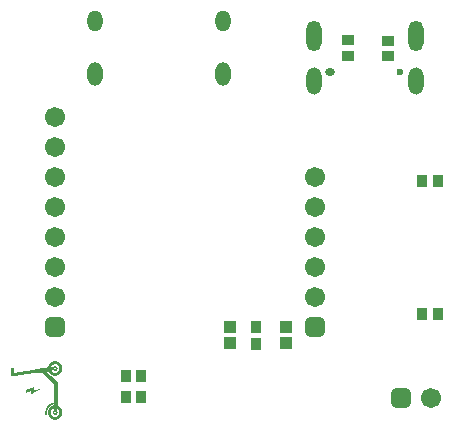
<source format=gbs>
G04*
G04 #@! TF.GenerationSoftware,Altium Limited,Altium Designer,25.2.1 (25)*
G04*
G04 Layer_Color=16711935*
%FSLAX25Y25*%
%MOIN*%
G70*
G04*
G04 #@! TF.SameCoordinates,19AB45F0-FF71-4E06-AC9F-8C434743CFD0*
G04*
G04*
G04 #@! TF.FilePolarity,Negative*
G04*
G01*
G75*
%ADD33R,0.03812X0.03963*%
%ADD44R,0.03747X0.04140*%
%ADD47R,0.04140X0.03747*%
%ADD54R,0.04337X0.03943*%
%ADD63C,0.06699*%
G04:AMPARAMS|DCode=64|XSize=66.99mil|YSize=66.99mil|CornerRadius=17.75mil|HoleSize=0mil|Usage=FLASHONLY|Rotation=0.000|XOffset=0mil|YOffset=0mil|HoleType=Round|Shape=RoundedRectangle|*
%AMROUNDEDRECTD64*
21,1,0.06699,0.03150,0,0,0.0*
21,1,0.03150,0.06699,0,0,0.0*
1,1,0.03550,0.01575,-0.01575*
1,1,0.03550,-0.01575,-0.01575*
1,1,0.03550,-0.01575,0.01575*
1,1,0.03550,0.01575,0.01575*
%
%ADD64ROUNDEDRECTD64*%
%ADD65O,0.05124X0.07880*%
%ADD66O,0.05124X0.07093*%
G04:AMPARAMS|DCode=67|XSize=66.99mil|YSize=66.99mil|CornerRadius=17.75mil|HoleSize=0mil|Usage=FLASHONLY|Rotation=90.000|XOffset=0mil|YOffset=0mil|HoleType=Round|Shape=RoundedRectangle|*
%AMROUNDEDRECTD67*
21,1,0.06699,0.03150,0,0,90.0*
21,1,0.03150,0.06699,0,0,90.0*
1,1,0.03550,0.01575,0.01575*
1,1,0.03550,0.01575,-0.01575*
1,1,0.03550,-0.01575,-0.01575*
1,1,0.03550,-0.01575,0.01575*
%
%ADD67ROUNDEDRECTD67*%
G04:AMPARAMS|DCode=68|XSize=33.47mil|YSize=23.62mil|CornerRadius=11.81mil|HoleSize=0mil|Usage=FLASHONLY|Rotation=180.000|XOffset=0mil|YOffset=0mil|HoleType=Round|Shape=RoundedRectangle|*
%AMROUNDEDRECTD68*
21,1,0.03347,0.00000,0,0,180.0*
21,1,0.00984,0.02362,0,0,180.0*
1,1,0.02362,-0.00492,0.00000*
1,1,0.02362,0.00492,0.00000*
1,1,0.02362,0.00492,0.00000*
1,1,0.02362,-0.00492,0.00000*
%
%ADD68ROUNDEDRECTD68*%
%ADD69C,0.02362*%
G04:AMPARAMS|DCode=70|XSize=51.18mil|YSize=102.36mil|CornerRadius=25.59mil|HoleSize=0mil|Usage=FLASHONLY|Rotation=180.000|XOffset=0mil|YOffset=0mil|HoleType=Round|Shape=RoundedRectangle|*
%AMROUNDEDRECTD70*
21,1,0.05118,0.05118,0,0,180.0*
21,1,0.00000,0.10236,0,0,180.0*
1,1,0.05118,0.00000,0.02559*
1,1,0.05118,0.00000,0.02559*
1,1,0.05118,0.00000,-0.02559*
1,1,0.05118,0.00000,-0.02559*
%
%ADD70ROUNDEDRECTD70*%
G04:AMPARAMS|DCode=71|XSize=51.18mil|YSize=90.55mil|CornerRadius=25.59mil|HoleSize=0mil|Usage=FLASHONLY|Rotation=180.000|XOffset=0mil|YOffset=0mil|HoleType=Round|Shape=RoundedRectangle|*
%AMROUNDEDRECTD71*
21,1,0.05118,0.03937,0,0,180.0*
21,1,0.00000,0.09055,0,0,180.0*
1,1,0.05118,0.00000,0.01968*
1,1,0.05118,0.00000,0.01968*
1,1,0.05118,0.00000,-0.01968*
1,1,0.05118,0.00000,-0.01968*
%
%ADD71ROUNDEDRECTD71*%
G36*
X67124Y24419D02*
X67286D01*
Y24396D01*
X67403D01*
Y24373D01*
X67472D01*
Y24349D01*
X67565D01*
Y24326D01*
X67635D01*
Y24303D01*
X67705D01*
Y24280D01*
X67751D01*
Y24256D01*
X67821D01*
Y24233D01*
X67867D01*
Y24210D01*
X67914D01*
Y24187D01*
X67960D01*
Y24163D01*
X68007D01*
Y24140D01*
X68053D01*
Y24117D01*
X68076D01*
Y24094D01*
X68123D01*
Y24071D01*
X68169D01*
Y24047D01*
X68192D01*
Y24024D01*
X68239D01*
Y24001D01*
X68262D01*
Y23978D01*
X68285D01*
Y23955D01*
X68332D01*
Y23931D01*
X68355D01*
Y23908D01*
X68378D01*
Y23885D01*
X68401D01*
Y23862D01*
X68448D01*
Y23838D01*
X68471D01*
Y23815D01*
X68494D01*
Y23792D01*
X68518D01*
Y23769D01*
X68541D01*
Y23745D01*
X68564D01*
Y23722D01*
X68587D01*
Y23699D01*
X68611D01*
Y23676D01*
X68634D01*
Y23629D01*
X68680D01*
Y23583D01*
X68703D01*
Y23560D01*
X68727D01*
Y23536D01*
X68750D01*
Y23513D01*
X68773D01*
Y23467D01*
X68796D01*
Y23444D01*
X68819D01*
Y23420D01*
X68843D01*
Y23374D01*
X68866D01*
Y23327D01*
X68889D01*
Y23304D01*
X68913D01*
Y23258D01*
X68936D01*
Y23234D01*
X68959D01*
Y23165D01*
X68982D01*
Y23142D01*
X69005D01*
Y23095D01*
X69029D01*
Y23049D01*
X69052D01*
Y22979D01*
X69075D01*
Y22932D01*
X69098D01*
Y22863D01*
X69121D01*
Y22793D01*
X69145D01*
Y22723D01*
X69168D01*
Y22654D01*
X69191D01*
Y22538D01*
X69214D01*
Y22445D01*
X69238D01*
Y22189D01*
X69261D01*
Y21911D01*
X69238D01*
Y21632D01*
X69214D01*
Y21539D01*
X69191D01*
Y21446D01*
X69168D01*
Y21353D01*
X69145D01*
Y21283D01*
X69121D01*
Y21214D01*
X69098D01*
Y21144D01*
X69075D01*
Y21098D01*
X69052D01*
Y21051D01*
X69029D01*
Y21005D01*
X69005D01*
Y20935D01*
X68982D01*
Y20912D01*
X68959D01*
Y20865D01*
X68936D01*
Y20819D01*
X68913D01*
Y20772D01*
X68889D01*
Y20749D01*
X68866D01*
Y20703D01*
X68843D01*
Y20679D01*
X68819D01*
Y20633D01*
X68796D01*
Y20610D01*
X68773D01*
Y20586D01*
X68750D01*
Y20540D01*
X68727D01*
Y20517D01*
X68703D01*
Y20494D01*
X68680D01*
Y20470D01*
X68657D01*
Y20447D01*
X68634D01*
Y20401D01*
X68611D01*
Y20378D01*
X68587D01*
Y20354D01*
X68564D01*
Y20331D01*
X68541D01*
Y20308D01*
X68518D01*
Y20285D01*
X68471D01*
Y20261D01*
X68448D01*
Y20238D01*
X68425D01*
Y20215D01*
X68401D01*
Y20192D01*
X68378D01*
Y20168D01*
X68355D01*
Y20145D01*
X68332D01*
Y20122D01*
X68285D01*
Y20099D01*
X68262D01*
Y20076D01*
X68216D01*
Y20052D01*
X68192D01*
Y20029D01*
X68169D01*
Y20006D01*
X68123D01*
Y19983D01*
X68076D01*
Y19959D01*
X68030D01*
Y19936D01*
X68007D01*
Y19913D01*
X67960D01*
Y19890D01*
X67914D01*
Y19866D01*
X67867D01*
Y19843D01*
X67798D01*
Y19820D01*
X67751D01*
Y19797D01*
X67681D01*
Y19774D01*
X67635D01*
Y19750D01*
X67565D01*
Y19727D01*
X67472D01*
Y19704D01*
X67403D01*
Y19681D01*
X67240D01*
Y19658D01*
X67124D01*
Y19634D01*
X66590D01*
Y19658D01*
X66450D01*
Y19681D01*
X66311D01*
Y19704D01*
X66241D01*
Y19727D01*
X66125D01*
Y19750D01*
X66079D01*
Y19774D01*
X66009D01*
Y19797D01*
X65939D01*
Y19820D01*
X65893D01*
Y19843D01*
X65823D01*
Y19866D01*
X65800D01*
Y19890D01*
X65754D01*
Y19913D01*
X65707D01*
Y19936D01*
X65661D01*
Y19959D01*
X65614D01*
Y19983D01*
X65591D01*
Y20006D01*
X65544D01*
Y20029D01*
X65498D01*
Y20052D01*
X65475D01*
Y20076D01*
X65452D01*
Y20099D01*
X65405D01*
Y20122D01*
X65382D01*
Y20145D01*
X65359D01*
Y20168D01*
X65312D01*
Y20192D01*
X65289D01*
Y20215D01*
X65266D01*
Y20238D01*
X65243D01*
Y20261D01*
X65219D01*
Y20285D01*
X65196D01*
Y20308D01*
X65173D01*
Y20331D01*
X65150D01*
Y20354D01*
X65126D01*
Y20378D01*
X65103D01*
Y20401D01*
X65080D01*
Y20424D01*
X65057D01*
Y20447D01*
X65034D01*
Y20470D01*
X65010D01*
Y20494D01*
X64987D01*
Y20517D01*
X64964D01*
Y20563D01*
X64941D01*
Y20586D01*
X64917D01*
Y20610D01*
X64894D01*
Y20656D01*
X64871D01*
Y20679D01*
X64848D01*
Y20726D01*
X64824D01*
Y20749D01*
X64801D01*
Y20796D01*
X64778D01*
Y20842D01*
X64755D01*
Y20865D01*
X64732D01*
Y20912D01*
X64708D01*
Y20958D01*
X64476D01*
Y20935D01*
X64337D01*
Y20912D01*
X64151D01*
Y20842D01*
X64174D01*
Y20819D01*
X64197D01*
Y20796D01*
X64221D01*
Y20772D01*
X64244D01*
Y20749D01*
X64267D01*
Y20726D01*
X64290D01*
Y20703D01*
X64314D01*
Y20679D01*
X64337D01*
Y20656D01*
X64360D01*
Y20633D01*
X64383D01*
Y20610D01*
X64406D01*
Y20586D01*
X64430D01*
Y20563D01*
X64453D01*
Y20540D01*
X64476D01*
Y20517D01*
X64522D01*
Y20494D01*
X64546D01*
Y20470D01*
X64569D01*
Y20447D01*
X64592D01*
Y20424D01*
X64615D01*
Y20401D01*
X64639D01*
Y20378D01*
X64662D01*
Y20354D01*
X64685D01*
Y20331D01*
X64708D01*
Y20308D01*
X64732D01*
Y20285D01*
X64755D01*
Y20261D01*
X64778D01*
Y20238D01*
X64801D01*
Y20215D01*
X64824D01*
Y20192D01*
X64848D01*
Y20168D01*
X64871D01*
Y20145D01*
X64894D01*
Y20122D01*
X64917D01*
Y20099D01*
X64941D01*
Y20076D01*
X64964D01*
Y20052D01*
X64987D01*
Y20029D01*
X65010D01*
Y20006D01*
X65034D01*
Y19983D01*
X65057D01*
Y19959D01*
X65080D01*
Y19936D01*
X65103D01*
Y19913D01*
X65126D01*
Y19890D01*
X65150D01*
Y19866D01*
X65173D01*
Y19843D01*
X65219D01*
Y19797D01*
X65266D01*
Y19774D01*
X65289D01*
Y19750D01*
X65312D01*
Y19727D01*
X65336D01*
Y19704D01*
X65359D01*
Y19681D01*
X65382D01*
Y19658D01*
X65405D01*
Y19634D01*
X65428D01*
Y19611D01*
X65452D01*
Y19588D01*
X65475D01*
Y19565D01*
X65498D01*
Y19541D01*
X65521D01*
Y19518D01*
X65544D01*
Y19495D01*
X65568D01*
Y19472D01*
X65591D01*
Y19448D01*
X65614D01*
Y19425D01*
X65637D01*
Y19402D01*
X65661D01*
Y19379D01*
X65684D01*
Y19355D01*
X65707D01*
Y19332D01*
X65730D01*
Y19309D01*
X65754D01*
Y19286D01*
X65777D01*
Y19263D01*
X65800D01*
Y19239D01*
X65823D01*
Y19216D01*
X65847D01*
Y19193D01*
X65870D01*
Y19170D01*
X65916D01*
Y19147D01*
X65939D01*
Y19123D01*
X65963D01*
Y19100D01*
X65986D01*
Y19077D01*
X66009D01*
Y19054D01*
X66032D01*
Y19030D01*
X66056D01*
Y19007D01*
X66079D01*
Y18984D01*
X66102D01*
Y18961D01*
X66125D01*
Y18937D01*
X66148D01*
Y18914D01*
X66172D01*
Y18891D01*
X66195D01*
Y18868D01*
X66218D01*
Y18845D01*
X66241D01*
Y18821D01*
X66264D01*
Y18798D01*
X66288D01*
Y18775D01*
X66311D01*
Y18752D01*
X66334D01*
Y18728D01*
X66357D01*
Y18705D01*
X66381D01*
Y18682D01*
X66404D01*
Y18659D01*
X66427D01*
Y18635D01*
X66450D01*
Y18612D01*
X66474D01*
Y18589D01*
X66497D01*
Y18566D01*
X66543D01*
Y18542D01*
X66566D01*
Y18519D01*
X66590D01*
Y18496D01*
X66613D01*
Y18473D01*
X66636D01*
Y18450D01*
X66659D01*
Y18426D01*
X66683D01*
Y18403D01*
X66706D01*
Y18380D01*
X66729D01*
Y18357D01*
X66752D01*
Y18334D01*
X66776D01*
Y18310D01*
X66799D01*
Y18287D01*
X66822D01*
Y18264D01*
X66845D01*
Y18241D01*
X66869D01*
Y18217D01*
X66892D01*
Y18194D01*
X66915D01*
Y18171D01*
X66938D01*
Y18148D01*
X66961D01*
Y18124D01*
X66985D01*
Y18101D01*
X67008D01*
Y18078D01*
X67031D01*
Y18055D01*
X67054D01*
Y18032D01*
X67077D01*
Y18008D01*
X67101D01*
Y17985D01*
X67124D01*
Y17962D01*
X67147D01*
Y17939D01*
X67170D01*
Y17915D01*
X67194D01*
Y17892D01*
X67240D01*
Y17846D01*
X67286D01*
Y17822D01*
X67310D01*
Y17799D01*
X67333D01*
Y17776D01*
X67356D01*
Y17753D01*
X67379D01*
Y17730D01*
X67403D01*
Y17706D01*
X67426D01*
Y17660D01*
X67449D01*
Y17637D01*
X67472D01*
Y17614D01*
X67496D01*
Y17590D01*
X67519D01*
Y17567D01*
X67542D01*
Y17544D01*
X67565D01*
Y17521D01*
X67589D01*
Y17497D01*
X67612D01*
Y17474D01*
X67635D01*
Y17451D01*
X67658D01*
Y17404D01*
X67681D01*
Y17381D01*
X67705D01*
Y17358D01*
X67728D01*
Y17312D01*
X67751D01*
Y17265D01*
X67774D01*
Y17219D01*
X67798D01*
Y17172D01*
X67821D01*
Y17126D01*
X67844D01*
Y17033D01*
X67867D01*
Y16986D01*
X67891D01*
Y16847D01*
X67914D01*
Y9646D01*
X67891D01*
Y9577D01*
X67914D01*
Y9554D01*
X67937D01*
Y9530D01*
X67983D01*
Y9507D01*
X68030D01*
Y9484D01*
X68076D01*
Y9461D01*
X68099D01*
Y9437D01*
X68146D01*
Y9414D01*
X68169D01*
Y9391D01*
X68216D01*
Y9368D01*
X68239D01*
Y9345D01*
X68285D01*
Y9321D01*
X68309D01*
Y9298D01*
X68332D01*
Y9275D01*
X68355D01*
Y9252D01*
X68401D01*
Y9228D01*
X68425D01*
Y9205D01*
X68448D01*
Y9182D01*
X68471D01*
Y9159D01*
X68494D01*
Y9136D01*
X68518D01*
Y9112D01*
X68541D01*
Y9089D01*
X68564D01*
Y9066D01*
X68587D01*
Y9043D01*
X68611D01*
Y9019D01*
X68634D01*
Y8996D01*
X68657D01*
Y8973D01*
X68680D01*
Y8950D01*
X68703D01*
Y8926D01*
X68727D01*
Y8880D01*
X68750D01*
Y8857D01*
X68773D01*
Y8834D01*
X68796D01*
Y8787D01*
X68819D01*
Y8764D01*
X68843D01*
Y8717D01*
X68866D01*
Y8694D01*
X68889D01*
Y8648D01*
X68913D01*
Y8625D01*
X68936D01*
Y8578D01*
X68959D01*
Y8532D01*
X68982D01*
Y8485D01*
X69005D01*
Y8439D01*
X69029D01*
Y8392D01*
X69052D01*
Y8346D01*
X69075D01*
Y8276D01*
X69098D01*
Y8230D01*
X69121D01*
Y8160D01*
X69145D01*
Y8090D01*
X69168D01*
Y7997D01*
X69191D01*
Y7904D01*
X69214D01*
Y7788D01*
X69238D01*
Y7533D01*
X69261D01*
Y7231D01*
X69238D01*
Y6999D01*
X69214D01*
Y6882D01*
X69191D01*
Y6790D01*
X69168D01*
Y6697D01*
X69145D01*
Y6650D01*
X69121D01*
Y6557D01*
X69098D01*
Y6511D01*
X69075D01*
Y6441D01*
X69052D01*
Y6395D01*
X69029D01*
Y6348D01*
X69005D01*
Y6302D01*
X68982D01*
Y6255D01*
X68959D01*
Y6209D01*
X68936D01*
Y6186D01*
X68913D01*
Y6139D01*
X68889D01*
Y6093D01*
X68866D01*
Y6070D01*
X68843D01*
Y6023D01*
X68819D01*
Y6000D01*
X68796D01*
Y5953D01*
X68773D01*
Y5930D01*
X68750D01*
Y5907D01*
X68727D01*
Y5861D01*
X68703D01*
Y5837D01*
X68680D01*
Y5814D01*
X68657D01*
Y5791D01*
X68634D01*
Y5768D01*
X68611D01*
Y5744D01*
X68587D01*
Y5721D01*
X68564D01*
Y5698D01*
X68541D01*
Y5675D01*
X68518D01*
Y5652D01*
X68494D01*
Y5628D01*
X68471D01*
Y5605D01*
X68448D01*
Y5582D01*
X68425D01*
Y5559D01*
X68401D01*
Y5535D01*
X68355D01*
Y5512D01*
X68332D01*
Y5489D01*
X68309D01*
Y5466D01*
X68262D01*
Y5442D01*
X68239D01*
Y5419D01*
X68216D01*
Y5396D01*
X68169D01*
Y5373D01*
X68146D01*
Y5350D01*
X68099D01*
Y5326D01*
X68076D01*
Y5303D01*
X68007D01*
Y5280D01*
X67983D01*
Y5257D01*
X67937D01*
Y5233D01*
X67891D01*
Y5210D01*
X67844D01*
Y5187D01*
X67774D01*
Y5164D01*
X67728D01*
Y5141D01*
X67658D01*
Y5117D01*
X67612D01*
Y5094D01*
X67519D01*
Y5071D01*
X67426D01*
Y5048D01*
X67333D01*
Y5024D01*
X67170D01*
Y5001D01*
X66985D01*
Y4978D01*
X66706D01*
Y5001D01*
X66520D01*
Y5024D01*
X66357D01*
Y5048D01*
X66264D01*
Y5071D01*
X66172D01*
Y5094D01*
X66102D01*
Y5117D01*
X66032D01*
Y5141D01*
X65963D01*
Y5164D01*
X65916D01*
Y5187D01*
X65870D01*
Y5210D01*
X65823D01*
Y5233D01*
X65777D01*
Y5257D01*
X65707D01*
Y5280D01*
X65684D01*
Y5303D01*
X65637D01*
Y5326D01*
X65591D01*
Y5350D01*
X65568D01*
Y5373D01*
X65521D01*
Y5396D01*
X65498D01*
Y5419D01*
X65452D01*
Y5442D01*
X65428D01*
Y5466D01*
X65382D01*
Y5489D01*
X65359D01*
Y5512D01*
X65336D01*
Y5535D01*
X65312D01*
Y5559D01*
X65289D01*
Y5582D01*
X65243D01*
Y5605D01*
X65219D01*
Y5628D01*
X65196D01*
Y5652D01*
X65173D01*
Y5675D01*
X65150D01*
Y5698D01*
X65126D01*
Y5721D01*
X65103D01*
Y5744D01*
X65080D01*
Y5768D01*
X65057D01*
Y5814D01*
X65034D01*
Y5837D01*
X65010D01*
Y5861D01*
X64987D01*
Y5884D01*
X64964D01*
Y5907D01*
X64941D01*
Y5953D01*
X64917D01*
Y5977D01*
X64894D01*
Y6000D01*
X64871D01*
Y6046D01*
X64848D01*
Y6070D01*
X64824D01*
Y6116D01*
X64801D01*
Y6139D01*
X64778D01*
Y6186D01*
X64755D01*
Y6232D01*
X64732D01*
Y6279D01*
X64708D01*
Y6325D01*
X64685D01*
Y6372D01*
X64662D01*
Y6418D01*
X64639D01*
Y6464D01*
X64615D01*
Y6534D01*
X64592D01*
Y6581D01*
X64569D01*
Y6650D01*
X64546D01*
Y6743D01*
X64522D01*
Y6813D01*
X64499D01*
Y6952D01*
X64476D01*
Y7068D01*
X64453D01*
Y7742D01*
X64476D01*
Y7835D01*
X64499D01*
Y7974D01*
X64522D01*
Y8044D01*
X64546D01*
Y8137D01*
X64569D01*
Y8207D01*
X64592D01*
Y8253D01*
X64615D01*
Y8323D01*
X64639D01*
Y8369D01*
X64662D01*
Y8416D01*
X64685D01*
Y8462D01*
X64708D01*
Y8508D01*
X64732D01*
Y8555D01*
X64755D01*
Y8601D01*
X64778D01*
Y8648D01*
X64801D01*
Y8671D01*
X64824D01*
Y8717D01*
X64848D01*
Y8741D01*
X64871D01*
Y8787D01*
X64894D01*
Y8810D01*
X64917D01*
Y8834D01*
X64941D01*
Y8880D01*
X64964D01*
Y8903D01*
X64987D01*
Y8926D01*
X65010D01*
Y8973D01*
X65034D01*
Y8996D01*
X65057D01*
Y9019D01*
X65080D01*
Y9043D01*
X65103D01*
Y9066D01*
X65126D01*
Y9089D01*
X65150D01*
Y9112D01*
X65173D01*
Y9136D01*
X65196D01*
Y9159D01*
X65219D01*
Y9182D01*
X65243D01*
Y9205D01*
X65289D01*
Y9228D01*
X65312D01*
Y9252D01*
X65336D01*
Y9275D01*
X65359D01*
Y9298D01*
X65382D01*
Y9321D01*
X65428D01*
Y9345D01*
X65452D01*
Y9368D01*
X65498D01*
Y9391D01*
X65521D01*
Y9414D01*
X65568D01*
Y9437D01*
X65591D01*
Y9461D01*
X65637D01*
Y9484D01*
X65684D01*
Y9507D01*
X65707D01*
Y9530D01*
X65754D01*
Y9554D01*
X65800D01*
Y9577D01*
X65847D01*
Y9600D01*
X65916D01*
Y9623D01*
X65963D01*
Y9646D01*
X66032D01*
Y9670D01*
X66102D01*
Y9693D01*
X66172D01*
Y9716D01*
X66241D01*
Y9739D01*
X66311D01*
Y9763D01*
X66334D01*
Y10065D01*
X66311D01*
Y10088D01*
X66241D01*
Y10065D01*
X66172D01*
Y10041D01*
X66079D01*
Y10018D01*
X66032D01*
Y9995D01*
X65963D01*
Y9972D01*
X65893D01*
Y9949D01*
X65847D01*
Y9925D01*
X65800D01*
Y9902D01*
X65754D01*
Y9879D01*
X65707D01*
Y9856D01*
X65661D01*
Y9832D01*
X65614D01*
Y9809D01*
X65568D01*
Y9786D01*
X65544D01*
Y9763D01*
X65498D01*
Y9739D01*
X65475D01*
Y9716D01*
X65428D01*
Y9693D01*
X65382D01*
Y9670D01*
X65359D01*
Y9646D01*
X65336D01*
Y9623D01*
X65289D01*
Y9600D01*
X65266D01*
Y9577D01*
X65243D01*
Y9554D01*
X65196D01*
Y9530D01*
X65173D01*
Y9507D01*
X65150D01*
Y9484D01*
X65126D01*
Y9461D01*
X65103D01*
Y9437D01*
X65057D01*
Y9414D01*
X65034D01*
Y9391D01*
X65010D01*
Y9368D01*
X64987D01*
Y9345D01*
X64964D01*
Y9321D01*
X64941D01*
Y9298D01*
X64917D01*
Y9275D01*
X64894D01*
Y9252D01*
X64871D01*
Y9228D01*
X64848D01*
Y9205D01*
X64824D01*
Y9159D01*
X64801D01*
Y9136D01*
X64778D01*
Y9112D01*
X64755D01*
Y9089D01*
X64732D01*
Y9043D01*
X64708D01*
Y9019D01*
X64685D01*
Y8996D01*
X64662D01*
Y8950D01*
X64639D01*
Y8926D01*
X64615D01*
Y8880D01*
X64592D01*
Y8857D01*
X64569D01*
Y8810D01*
X64546D01*
Y8787D01*
X64522D01*
Y8741D01*
X64499D01*
Y8694D01*
X64476D01*
Y8671D01*
X64453D01*
Y8625D01*
X64430D01*
Y8578D01*
X64406D01*
Y8532D01*
X64383D01*
Y8462D01*
X64360D01*
Y8416D01*
X64337D01*
Y8369D01*
X64314D01*
Y8323D01*
X64290D01*
Y8253D01*
X64267D01*
Y8183D01*
X64244D01*
Y8113D01*
X64221D01*
Y8021D01*
X64197D01*
Y7928D01*
X64174D01*
Y7835D01*
X64151D01*
Y7672D01*
X64128D01*
Y7486D01*
X64104D01*
Y7045D01*
X64128D01*
Y6906D01*
X64151D01*
Y6604D01*
X64128D01*
Y6581D01*
X64104D01*
Y6534D01*
X64081D01*
Y6511D01*
X64058D01*
Y6488D01*
X64012D01*
Y6464D01*
X63942D01*
Y6441D01*
X63849D01*
Y6464D01*
X63779D01*
Y6488D01*
X63733D01*
Y6511D01*
X63710D01*
Y6534D01*
X63686D01*
Y6557D01*
X63663D01*
Y6604D01*
X63640D01*
Y6650D01*
X63617D01*
Y6836D01*
X63593D01*
Y7022D01*
X63570D01*
Y7533D01*
X63593D01*
Y7719D01*
X63617D01*
Y7904D01*
X63640D01*
Y7997D01*
X63663D01*
Y8113D01*
X63686D01*
Y8207D01*
X63710D01*
Y8276D01*
X63733D01*
Y8369D01*
X63756D01*
Y8416D01*
X63779D01*
Y8485D01*
X63802D01*
Y8555D01*
X63826D01*
Y8601D01*
X63849D01*
Y8671D01*
X63872D01*
Y8717D01*
X63895D01*
Y8764D01*
X63919D01*
Y8810D01*
X63942D01*
Y8857D01*
X63965D01*
Y8903D01*
X63988D01*
Y8950D01*
X64012D01*
Y8996D01*
X64035D01*
Y9019D01*
X64058D01*
Y9066D01*
X64081D01*
Y9089D01*
X64104D01*
Y9136D01*
X64128D01*
Y9182D01*
X64151D01*
Y9205D01*
X64174D01*
Y9252D01*
X64197D01*
Y9275D01*
X64221D01*
Y9298D01*
X64244D01*
Y9345D01*
X64267D01*
Y9368D01*
X64290D01*
Y9414D01*
X64314D01*
Y9437D01*
X64337D01*
Y9461D01*
X64360D01*
Y9484D01*
X64383D01*
Y9507D01*
X64406D01*
Y9554D01*
X64430D01*
Y9577D01*
X64453D01*
Y9600D01*
X64476D01*
Y9623D01*
X64499D01*
Y9646D01*
X64522D01*
Y9670D01*
X64546D01*
Y9693D01*
X64569D01*
Y9716D01*
X64592D01*
Y9739D01*
X64615D01*
Y9763D01*
X64639D01*
Y9786D01*
X64662D01*
Y9809D01*
X64685D01*
Y9832D01*
X64708D01*
Y9856D01*
X64732D01*
Y9879D01*
X64778D01*
Y9902D01*
X64801D01*
Y9925D01*
X64824D01*
Y9949D01*
X64848D01*
Y9972D01*
X64894D01*
Y9995D01*
X64917D01*
Y10018D01*
X64941D01*
Y10041D01*
X64987D01*
Y10065D01*
X65010D01*
Y10088D01*
X65034D01*
Y10111D01*
X65080D01*
Y10134D01*
X65103D01*
Y10158D01*
X65150D01*
Y10181D01*
X65173D01*
Y10204D01*
X65219D01*
Y10227D01*
X65243D01*
Y10250D01*
X65289D01*
Y10274D01*
X65336D01*
Y10297D01*
X65382D01*
Y10320D01*
X65428D01*
Y10343D01*
X65475D01*
Y10367D01*
X65521D01*
Y10390D01*
X65568D01*
Y10413D01*
X65614D01*
Y10436D01*
X65661D01*
Y10459D01*
X65730D01*
Y10483D01*
X65800D01*
Y10506D01*
X65847D01*
Y10529D01*
X65916D01*
Y10552D01*
X65986D01*
Y10576D01*
X66079D01*
Y10599D01*
X66148D01*
Y10622D01*
X66241D01*
Y10645D01*
X66311D01*
Y10668D01*
X66334D01*
Y17033D01*
X66311D01*
Y17056D01*
X66288D01*
Y17079D01*
X66264D01*
Y17102D01*
X66241D01*
Y17126D01*
X66218D01*
Y17149D01*
X66195D01*
Y17172D01*
X66172D01*
Y17195D01*
X66148D01*
Y17219D01*
X66125D01*
Y17242D01*
X66102D01*
Y17265D01*
X66079D01*
Y17288D01*
X66056D01*
Y17312D01*
X66032D01*
Y17335D01*
X66009D01*
Y17358D01*
X65986D01*
Y17381D01*
X65963D01*
Y17404D01*
X65939D01*
Y17428D01*
X65916D01*
Y17451D01*
X65893D01*
Y17474D01*
X65870D01*
Y17497D01*
X65847D01*
Y17521D01*
X65823D01*
Y17544D01*
X65800D01*
Y17567D01*
X65777D01*
Y17590D01*
X65754D01*
Y17614D01*
X65730D01*
Y17637D01*
X65707D01*
Y17660D01*
X65684D01*
Y17683D01*
X65661D01*
Y17706D01*
X65637D01*
Y17730D01*
X65614D01*
Y17753D01*
X65591D01*
Y17776D01*
X65568D01*
Y17799D01*
X65544D01*
Y17822D01*
X65521D01*
Y17846D01*
X65498D01*
Y17869D01*
X65475D01*
Y17892D01*
X65452D01*
Y17915D01*
X65428D01*
Y17939D01*
X65405D01*
Y17962D01*
X65382D01*
Y17985D01*
X65359D01*
Y18008D01*
X65336D01*
Y18032D01*
X65312D01*
Y18055D01*
X65289D01*
Y18078D01*
X65266D01*
Y18101D01*
X65243D01*
Y18124D01*
X65219D01*
Y18148D01*
X65196D01*
Y18171D01*
X65173D01*
Y18194D01*
X65150D01*
Y18217D01*
X65126D01*
Y18241D01*
X65103D01*
Y18264D01*
X65080D01*
Y18287D01*
X65057D01*
Y18310D01*
X65034D01*
Y18334D01*
X65010D01*
Y18357D01*
X64987D01*
Y18380D01*
X64964D01*
Y18403D01*
X64941D01*
Y18450D01*
X64894D01*
Y18496D01*
X64871D01*
Y18519D01*
X64848D01*
Y18542D01*
X64824D01*
Y18566D01*
X64778D01*
Y18612D01*
X64732D01*
Y18659D01*
X64708D01*
Y18682D01*
X64662D01*
Y18728D01*
X64615D01*
Y18775D01*
X64592D01*
Y18798D01*
X64569D01*
Y18821D01*
X64546D01*
Y18845D01*
X64499D01*
Y18891D01*
X64453D01*
Y18937D01*
X64430D01*
Y18961D01*
X64383D01*
Y19007D01*
X64337D01*
Y19054D01*
X64314D01*
Y19077D01*
X64290D01*
Y19100D01*
X64267D01*
Y19123D01*
X64221D01*
Y19170D01*
X64174D01*
Y19216D01*
X64151D01*
Y19239D01*
X64104D01*
Y19286D01*
X64058D01*
Y19332D01*
X64012D01*
Y19379D01*
X63988D01*
Y19402D01*
X63942D01*
Y19448D01*
X63895D01*
Y19495D01*
X63872D01*
Y19518D01*
X63849D01*
Y19541D01*
X63826D01*
Y19565D01*
X63779D01*
Y19611D01*
X63756D01*
Y19634D01*
X63733D01*
Y19658D01*
X63710D01*
Y19681D01*
X63663D01*
Y19727D01*
X63617D01*
Y19774D01*
X63593D01*
Y19797D01*
X63547D01*
Y19843D01*
X63500D01*
Y19890D01*
X63477D01*
Y19913D01*
X63454D01*
Y19936D01*
X63431D01*
Y19959D01*
X63384D01*
Y20006D01*
X63361D01*
Y20029D01*
X63338D01*
Y20052D01*
X63315D01*
Y20076D01*
X63292D01*
Y20099D01*
X63268D01*
Y20122D01*
X63222D01*
Y20168D01*
X63199D01*
Y20192D01*
X63175D01*
Y20215D01*
X63152D01*
Y20238D01*
X63106D01*
Y20285D01*
X63059D01*
Y20331D01*
X63036D01*
Y20354D01*
X62989D01*
Y20401D01*
X62943D01*
Y20447D01*
X62920D01*
Y20470D01*
X62897D01*
Y20494D01*
X62873D01*
Y20517D01*
X62827D01*
Y20563D01*
X62780D01*
Y20610D01*
X62757D01*
Y20633D01*
X62711D01*
Y20679D01*
X62455D01*
Y20656D01*
X62316D01*
Y20633D01*
X62130D01*
Y20610D01*
X61967D01*
Y20586D01*
X61828D01*
Y20563D01*
X61642D01*
Y20540D01*
X61503D01*
Y20517D01*
X61317D01*
Y20494D01*
X61178D01*
Y20470D01*
X61015D01*
Y20447D01*
X60829D01*
Y20424D01*
X60574D01*
Y20447D01*
X60527D01*
Y20470D01*
X60504D01*
Y20494D01*
X60481D01*
Y20517D01*
X60458D01*
Y20540D01*
X60435D01*
Y20563D01*
X60411D01*
Y20586D01*
X60202D01*
Y20563D01*
X60040D01*
Y20540D01*
X59900D01*
Y20517D01*
X59715D01*
Y20494D01*
X59575D01*
Y20470D01*
X59389D01*
Y20447D01*
X59227D01*
Y20424D01*
X59087D01*
Y20401D01*
X58878D01*
Y20378D01*
X58762D01*
Y20354D01*
X58576D01*
Y20331D01*
X58437D01*
Y20308D01*
X58251D01*
Y20285D01*
X58089D01*
Y20261D01*
X57926D01*
Y20238D01*
X57740D01*
Y20215D01*
X57601D01*
Y20192D01*
X57415D01*
Y20168D01*
X57276D01*
Y20145D01*
X57113D01*
Y20122D01*
X56927D01*
Y20099D01*
X56788D01*
Y20076D01*
X56602D01*
Y20052D01*
X56463D01*
Y20029D01*
X56300D01*
Y20006D01*
X56114D01*
Y19983D01*
X55975D01*
Y19959D01*
X55766D01*
Y19936D01*
X55650D01*
Y19913D01*
X55464D01*
Y19890D01*
X55325D01*
Y19866D01*
X55162D01*
Y19843D01*
X54976D01*
Y19820D01*
X54837D01*
Y19797D01*
X54628D01*
Y19774D01*
X54488D01*
Y19750D01*
X54326D01*
Y19727D01*
X54163D01*
Y19704D01*
X54024D01*
Y19681D01*
X53815D01*
Y19658D01*
X53675D01*
Y19634D01*
X53490D01*
Y19611D01*
X53350D01*
Y19588D01*
X53188D01*
Y19565D01*
X53118D01*
Y19541D01*
X52979D01*
Y19518D01*
X52816D01*
Y19495D01*
X52653D01*
Y19472D01*
X52491D01*
Y19495D01*
X52421D01*
Y19518D01*
X52351D01*
Y19541D01*
X52328D01*
Y19565D01*
X52282D01*
Y19588D01*
X52259D01*
Y19611D01*
X52235D01*
Y19634D01*
X52212D01*
Y19658D01*
X52189D01*
Y19704D01*
X52166D01*
Y19727D01*
X52142D01*
Y19797D01*
X52119D01*
Y19890D01*
X52096D01*
Y21725D01*
X52119D01*
Y21818D01*
X52142D01*
Y21911D01*
X52166D01*
Y21934D01*
X52189D01*
Y21980D01*
X52212D01*
Y22003D01*
X52235D01*
Y22027D01*
X52259D01*
Y22050D01*
X52282D01*
Y22073D01*
X52305D01*
Y22096D01*
X52328D01*
Y22119D01*
X52375D01*
Y22143D01*
X52398D01*
Y22166D01*
X52468D01*
Y22189D01*
X52561D01*
Y22212D01*
X52746D01*
Y22189D01*
X52839D01*
Y22166D01*
X52886D01*
Y22143D01*
X52932D01*
Y22119D01*
X52979D01*
Y22096D01*
X53002D01*
Y22073D01*
X53025D01*
Y22050D01*
X53048D01*
Y22027D01*
X53071D01*
Y22003D01*
X53095D01*
Y21957D01*
X53118D01*
Y21934D01*
X53141D01*
Y21887D01*
X53164D01*
Y21818D01*
X53188D01*
Y21469D01*
X53164D01*
Y21353D01*
X53141D01*
Y21191D01*
X53118D01*
Y21074D01*
X53095D01*
Y20935D01*
X53071D01*
Y20772D01*
X53048D01*
Y20679D01*
X53025D01*
Y20633D01*
X53048D01*
Y20610D01*
X53188D01*
Y20633D01*
X53350D01*
Y20656D01*
X53490D01*
Y20679D01*
X53675D01*
Y20703D01*
X53815D01*
Y20726D01*
X54001D01*
Y20749D01*
X54140D01*
Y20772D01*
X54326D01*
Y20796D01*
X54488D01*
Y20819D01*
X54651D01*
Y20842D01*
X54837D01*
Y20865D01*
X54953D01*
Y20888D01*
X55162D01*
Y20912D01*
X55301D01*
Y20935D01*
X55464D01*
Y20958D01*
X55626D01*
Y20981D01*
X55766D01*
Y21005D01*
X55975D01*
Y21028D01*
X56114D01*
Y21051D01*
X56277D01*
Y21074D01*
X56440D01*
Y21098D01*
X56602D01*
Y21121D01*
X56788D01*
Y21144D01*
X56927D01*
Y21167D01*
X57113D01*
Y21191D01*
X57276D01*
Y21214D01*
X57438D01*
Y21237D01*
X57601D01*
Y21260D01*
X57740D01*
Y21283D01*
X57926D01*
Y21307D01*
X58065D01*
Y21330D01*
X58251D01*
Y21353D01*
X58437D01*
Y21376D01*
X58553D01*
Y21399D01*
X58762D01*
Y21423D01*
X58878D01*
Y21446D01*
X59087D01*
Y21469D01*
X59227D01*
Y21492D01*
X59389D01*
Y21516D01*
X59575D01*
Y21539D01*
X59715D01*
Y21562D01*
X59900D01*
Y21585D01*
X60040D01*
Y21609D01*
X60225D01*
Y21632D01*
X60249D01*
Y21655D01*
X60272D01*
Y21701D01*
X60295D01*
Y21748D01*
X60318D01*
Y21771D01*
X60342D01*
Y21794D01*
X60365D01*
Y21818D01*
X60388D01*
Y21841D01*
X60411D01*
Y21864D01*
X60458D01*
Y21887D01*
X60574D01*
Y21911D01*
X60760D01*
Y21934D01*
X60899D01*
Y21957D01*
X61085D01*
Y21980D01*
X61224D01*
Y22003D01*
X61410D01*
Y22027D01*
X61573D01*
Y22050D01*
X61712D01*
Y22073D01*
X61898D01*
Y22096D01*
X62037D01*
Y22119D01*
X62246D01*
Y22143D01*
X62386D01*
Y22166D01*
X62548D01*
Y22189D01*
X62734D01*
Y22212D01*
X62873D01*
Y22236D01*
X63059D01*
Y22259D01*
X63199D01*
Y22282D01*
X63384D01*
Y22305D01*
X63547D01*
Y22329D01*
X63686D01*
Y22352D01*
X63895D01*
Y22375D01*
X64012D01*
Y22398D01*
X64221D01*
Y22422D01*
X64360D01*
Y22445D01*
X64453D01*
Y22468D01*
X64476D01*
Y22491D01*
X64499D01*
Y22607D01*
X64522D01*
Y22700D01*
X64546D01*
Y22770D01*
X64569D01*
Y22840D01*
X64592D01*
Y22909D01*
X64615D01*
Y22979D01*
X64639D01*
Y23002D01*
X64662D01*
Y23072D01*
X64685D01*
Y23118D01*
X64708D01*
Y23165D01*
X64732D01*
Y23211D01*
X64755D01*
Y23234D01*
X64778D01*
Y23281D01*
X64801D01*
Y23327D01*
X64824D01*
Y23351D01*
X64848D01*
Y23397D01*
X64871D01*
Y23420D01*
X64894D01*
Y23467D01*
X64917D01*
Y23490D01*
X64941D01*
Y23513D01*
X64964D01*
Y23560D01*
X64987D01*
Y23583D01*
X65010D01*
Y23606D01*
X65034D01*
Y23629D01*
X65057D01*
Y23652D01*
X65080D01*
Y23676D01*
X65103D01*
Y23699D01*
X65126D01*
Y23745D01*
X65173D01*
Y23769D01*
X65196D01*
Y23792D01*
X65219D01*
Y23815D01*
X65243D01*
Y23838D01*
X65266D01*
Y23862D01*
X65289D01*
Y23885D01*
X65312D01*
Y23908D01*
X65359D01*
Y23931D01*
X65382D01*
Y23955D01*
X65405D01*
Y23978D01*
X65452D01*
Y24001D01*
X65475D01*
Y24024D01*
X65498D01*
Y24047D01*
X65544D01*
Y24071D01*
X65568D01*
Y24094D01*
X65614D01*
Y24117D01*
X65661D01*
Y24140D01*
X65707D01*
Y24163D01*
X65730D01*
Y24187D01*
X65800D01*
Y24210D01*
X65823D01*
Y24233D01*
X65893D01*
Y24256D01*
X65939D01*
Y24280D01*
X65986D01*
Y24303D01*
X66056D01*
Y24326D01*
X66125D01*
Y24349D01*
X66218D01*
Y24373D01*
X66311D01*
Y24396D01*
X66404D01*
Y24419D01*
X66590D01*
Y24442D01*
X67124D01*
Y24419D01*
D02*
G37*
G36*
X59663Y15741D02*
X59680D01*
Y15657D01*
X59663D01*
Y15623D01*
X59680D01*
Y15606D01*
X59663D01*
Y14831D01*
X59646D01*
Y14747D01*
X59663D01*
Y14730D01*
X59764D01*
Y14747D01*
X59848D01*
Y14764D01*
X59915D01*
Y14781D01*
X59983D01*
Y14798D01*
X60084D01*
Y14815D01*
X60134D01*
Y14831D01*
X60219D01*
Y14848D01*
X60286D01*
Y14865D01*
X60353D01*
Y14882D01*
X60437D01*
Y14899D01*
X60505D01*
Y14916D01*
X60589D01*
Y14933D01*
X60640D01*
Y14949D01*
X60741D01*
Y14966D01*
X60808D01*
Y14983D01*
X60875D01*
Y15000D01*
X60960D01*
Y15017D01*
X61010D01*
Y15034D01*
X61111D01*
Y15051D01*
X61162D01*
Y15067D01*
X61229D01*
Y15084D01*
X61330D01*
Y15101D01*
X61380D01*
Y15118D01*
X61465D01*
Y15135D01*
X61532D01*
Y15152D01*
X61616D01*
Y15168D01*
X61684D01*
Y15185D01*
X61751D01*
Y15202D01*
X61852D01*
Y15219D01*
X61902D01*
Y15236D01*
X61987D01*
Y15252D01*
X62054D01*
Y15269D01*
X62105D01*
Y15286D01*
X62206D01*
Y15269D01*
X62189D01*
Y15252D01*
X62172D01*
Y15236D01*
X62121D01*
Y15219D01*
X62105D01*
Y15202D01*
X62071D01*
Y15185D01*
X62037D01*
Y15168D01*
X62003D01*
Y15152D01*
X61970D01*
Y15135D01*
X61936D01*
Y15118D01*
X61902D01*
Y15101D01*
X61886D01*
Y15084D01*
X61852D01*
Y15067D01*
X61818D01*
Y15051D01*
X61785D01*
Y15034D01*
X61751D01*
Y15017D01*
X61717D01*
Y15000D01*
X61684D01*
Y14983D01*
X61650D01*
Y14966D01*
X61633D01*
Y14949D01*
X61599D01*
Y14933D01*
X61566D01*
Y14916D01*
X61532D01*
Y14899D01*
X61498D01*
Y14882D01*
X61465D01*
Y14865D01*
X61448D01*
Y14848D01*
X61414D01*
Y14831D01*
X61380D01*
Y14815D01*
X61347D01*
Y14798D01*
X61313D01*
Y14781D01*
X61279D01*
Y14764D01*
X61263D01*
Y14747D01*
X61229D01*
Y14730D01*
X61195D01*
Y14714D01*
X61162D01*
Y14697D01*
X61128D01*
Y14680D01*
X61094D01*
Y14663D01*
X61061D01*
Y14646D01*
X61044D01*
Y14629D01*
X61010D01*
Y14613D01*
X60976D01*
Y14596D01*
X60943D01*
Y14579D01*
X60909D01*
Y14562D01*
X60875D01*
Y14545D01*
X60842D01*
Y14528D01*
X60825D01*
Y14512D01*
X60774D01*
Y14495D01*
X60757D01*
Y14478D01*
X60724D01*
Y14461D01*
X60690D01*
Y14444D01*
X60673D01*
Y14427D01*
X60623D01*
Y14411D01*
X60606D01*
Y14394D01*
X60572D01*
Y14377D01*
X60539D01*
Y14360D01*
X60505D01*
Y14343D01*
X60471D01*
Y14326D01*
X60437D01*
Y14310D01*
X60404D01*
Y14293D01*
X60387D01*
Y14276D01*
X60353D01*
Y14259D01*
X60320D01*
Y14242D01*
X60286D01*
Y14225D01*
X60252D01*
Y14209D01*
X60235D01*
Y14192D01*
X60185D01*
Y14175D01*
X60168D01*
Y14158D01*
X60134D01*
Y14141D01*
X60101D01*
Y14124D01*
X60084D01*
Y14107D01*
X60033D01*
Y14091D01*
X60016D01*
Y14074D01*
X59983D01*
Y14057D01*
X59949D01*
Y14040D01*
X59915D01*
Y14023D01*
X59882D01*
Y14006D01*
X59848D01*
Y13990D01*
X59814D01*
Y13973D01*
X59798D01*
Y13956D01*
X59764D01*
Y13939D01*
X59730D01*
Y13922D01*
X59697D01*
Y13905D01*
X59663D01*
Y13889D01*
X59629D01*
Y13872D01*
X59596D01*
Y13855D01*
X59579D01*
Y13838D01*
X59545D01*
Y13821D01*
X59511D01*
Y13804D01*
X59478D01*
Y13788D01*
X59444D01*
Y13771D01*
X59410D01*
Y13754D01*
X59393D01*
Y13737D01*
X59360D01*
Y13720D01*
X59326D01*
Y13703D01*
X59292D01*
Y13686D01*
X59259D01*
Y13670D01*
X59225D01*
Y13653D01*
X59191D01*
Y13636D01*
X59175D01*
Y13619D01*
X59141D01*
Y13602D01*
X59107D01*
Y13585D01*
X59073D01*
Y13569D01*
X59040D01*
Y13552D01*
X59006D01*
Y13535D01*
X58972D01*
Y13518D01*
X58956D01*
Y13501D01*
X58922D01*
Y13484D01*
X58888D01*
Y13467D01*
X58855D01*
Y13451D01*
X58821D01*
Y13434D01*
X58787D01*
Y13417D01*
X58754D01*
Y13400D01*
X58737D01*
Y13383D01*
X58686D01*
Y14040D01*
X58703D01*
Y14427D01*
X58686D01*
Y14444D01*
X58669D01*
Y14461D01*
X58652D01*
Y14444D01*
X58619D01*
Y14427D01*
X58568D01*
Y14411D01*
X58518D01*
Y14394D01*
X58467D01*
Y14377D01*
X58434D01*
Y14360D01*
X58383D01*
Y14343D01*
X58333D01*
Y14326D01*
X58299D01*
Y14310D01*
X58248D01*
Y14293D01*
X58198D01*
Y14276D01*
X58147D01*
Y14259D01*
X58097D01*
Y14242D01*
X58063D01*
Y14225D01*
X57996D01*
Y14209D01*
X57962D01*
Y14192D01*
X57911D01*
Y14175D01*
X57861D01*
Y14158D01*
X57810D01*
Y14141D01*
X57760D01*
Y14124D01*
X57726D01*
Y14107D01*
X57676D01*
Y14091D01*
X57625D01*
Y14074D01*
X57575D01*
Y14057D01*
X57541D01*
Y14040D01*
X57490D01*
Y14023D01*
X57440D01*
Y14006D01*
X57406D01*
Y13990D01*
X57339D01*
Y13973D01*
X57305D01*
Y13956D01*
X57255D01*
Y13939D01*
X57204D01*
Y13922D01*
X57170D01*
Y13956D01*
X57154D01*
Y13990D01*
X57170D01*
Y14427D01*
X57187D01*
Y14933D01*
X57204D01*
Y14949D01*
X57238D01*
Y14966D01*
X57288D01*
Y14983D01*
X57339D01*
Y15000D01*
X57389D01*
Y15017D01*
X57440D01*
Y15034D01*
X57507D01*
Y15051D01*
X57541D01*
Y15067D01*
X57591D01*
Y15084D01*
X57659D01*
Y15101D01*
X57693D01*
Y15118D01*
X57760D01*
Y15135D01*
X57794D01*
Y15152D01*
X57844D01*
Y15168D01*
X57911D01*
Y15185D01*
X57945D01*
Y15202D01*
X58012D01*
Y15219D01*
X58046D01*
Y15236D01*
X58097D01*
Y15252D01*
X58147D01*
Y15269D01*
X58198D01*
Y15286D01*
X58265D01*
Y15303D01*
X58299D01*
Y15320D01*
X58366D01*
Y15337D01*
X58417D01*
Y15354D01*
X58467D01*
Y15370D01*
X58518D01*
Y15387D01*
X58568D01*
Y15404D01*
X58619D01*
Y15421D01*
X58652D01*
Y15438D01*
X58720D01*
Y15455D01*
X58770D01*
Y15471D01*
X58821D01*
Y15488D01*
X58871D01*
Y15505D01*
X58922D01*
Y15522D01*
X58972D01*
Y15539D01*
X59023D01*
Y15556D01*
X59073D01*
Y15573D01*
X59124D01*
Y15589D01*
X59175D01*
Y15606D01*
X59242D01*
Y15623D01*
X59276D01*
Y15640D01*
X59326D01*
Y15657D01*
X59377D01*
Y15674D01*
X59444D01*
Y15690D01*
X59494D01*
Y15707D01*
X59528D01*
Y15724D01*
X59596D01*
Y15741D01*
X59629D01*
Y15758D01*
X59663D01*
Y15741D01*
D02*
G37*
%LPC*%
G36*
X66961Y22352D02*
X66729D01*
Y22329D01*
X66706D01*
Y22305D01*
X66659D01*
Y22282D01*
X66636D01*
Y22259D01*
X66613D01*
Y22236D01*
X66590D01*
Y22212D01*
X66566D01*
Y22166D01*
X66543D01*
Y22073D01*
X66520D01*
Y22003D01*
X66543D01*
Y21911D01*
X66566D01*
Y21864D01*
X66590D01*
Y21841D01*
X66613D01*
Y21818D01*
X66636D01*
Y21794D01*
X66659D01*
Y21771D01*
X66706D01*
Y21748D01*
X66752D01*
Y21725D01*
X66961D01*
Y21748D01*
X67008D01*
Y21771D01*
X67031D01*
Y21794D01*
X67054D01*
Y21818D01*
X67077D01*
Y21841D01*
X67101D01*
Y21864D01*
X67124D01*
Y21911D01*
X67147D01*
Y21957D01*
X67170D01*
Y22119D01*
X67147D01*
Y22166D01*
X67124D01*
Y22212D01*
X67101D01*
Y22236D01*
X67077D01*
Y22259D01*
X67054D01*
Y22282D01*
X67031D01*
Y22305D01*
X67008D01*
Y22329D01*
X66961D01*
Y22352D01*
D02*
G37*
G36*
Y23490D02*
X66729D01*
Y23467D01*
X66543D01*
Y23444D01*
X66474D01*
Y23420D01*
X66381D01*
Y23397D01*
X66334D01*
Y23374D01*
X66288D01*
Y23351D01*
X66218D01*
Y23327D01*
X66172D01*
Y23304D01*
X66125D01*
Y23281D01*
X66102D01*
Y23258D01*
X66056D01*
Y23234D01*
X66032D01*
Y23211D01*
X65986D01*
Y23188D01*
X65963D01*
Y23165D01*
X65939D01*
Y23142D01*
X65916D01*
Y23118D01*
X65870D01*
Y23095D01*
X65847D01*
Y23072D01*
X65823D01*
Y23049D01*
X65800D01*
Y23025D01*
X65777D01*
Y22979D01*
X65754D01*
Y22956D01*
X65730D01*
Y22932D01*
X65707D01*
Y22909D01*
X65684D01*
Y22886D01*
X65661D01*
Y22840D01*
X65637D01*
Y22816D01*
X65614D01*
Y22770D01*
X65591D01*
Y22723D01*
X65568D01*
Y22677D01*
X65544D01*
Y22630D01*
X65521D01*
Y22584D01*
X65498D01*
Y22514D01*
X65475D01*
Y22468D01*
X65452D01*
Y22375D01*
X65591D01*
Y22398D01*
X65800D01*
Y22422D01*
X65939D01*
Y22445D01*
X66102D01*
Y22468D01*
X66148D01*
Y22491D01*
X66172D01*
Y22514D01*
X66195D01*
Y22538D01*
X66218D01*
Y22561D01*
X66241D01*
Y22607D01*
X66264D01*
Y22630D01*
X66311D01*
Y22654D01*
X66334D01*
Y22677D01*
X66357D01*
Y22700D01*
X66381D01*
Y22723D01*
X66427D01*
Y22747D01*
X66474D01*
Y22770D01*
X66520D01*
Y22793D01*
X66590D01*
Y22816D01*
X66636D01*
Y22840D01*
X67054D01*
Y22816D01*
X67124D01*
Y22793D01*
X67194D01*
Y22770D01*
X67240D01*
Y22747D01*
X67263D01*
Y22723D01*
X67310D01*
Y22700D01*
X67333D01*
Y22677D01*
X67379D01*
Y22654D01*
X67403D01*
Y22630D01*
X67426D01*
Y22607D01*
X67449D01*
Y22584D01*
X67472D01*
Y22561D01*
X67496D01*
Y22514D01*
X67519D01*
Y22491D01*
X67542D01*
Y22445D01*
X67565D01*
Y22398D01*
X67589D01*
Y22352D01*
X67612D01*
Y22282D01*
X67635D01*
Y22212D01*
X67658D01*
Y21887D01*
X67635D01*
Y21794D01*
X67612D01*
Y21725D01*
X67589D01*
Y21678D01*
X67565D01*
Y21632D01*
X67542D01*
Y21585D01*
X67519D01*
Y21562D01*
X67496D01*
Y21516D01*
X67472D01*
Y21492D01*
X67449D01*
Y21469D01*
X67426D01*
Y21446D01*
X67403D01*
Y21423D01*
X67379D01*
Y21399D01*
X67333D01*
Y21376D01*
X67310D01*
Y21353D01*
X67263D01*
Y21330D01*
X67217D01*
Y21307D01*
X67170D01*
Y21283D01*
X67124D01*
Y21260D01*
X67054D01*
Y21237D01*
X66659D01*
Y21260D01*
X66590D01*
Y21283D01*
X66520D01*
Y21307D01*
X66474D01*
Y21330D01*
X66427D01*
Y21353D01*
X66381D01*
Y21376D01*
X66357D01*
Y21399D01*
X66334D01*
Y21423D01*
X66102D01*
Y21399D01*
X65939D01*
Y21376D01*
X65800D01*
Y21353D01*
X65614D01*
Y21260D01*
X65637D01*
Y21237D01*
X65661D01*
Y21214D01*
X65684D01*
Y21167D01*
X65707D01*
Y21144D01*
X65730D01*
Y21121D01*
X65754D01*
Y21098D01*
X65777D01*
Y21074D01*
X65800D01*
Y21028D01*
X65823D01*
Y21005D01*
X65847D01*
Y20981D01*
X65893D01*
Y20958D01*
X65916D01*
Y20935D01*
X65939D01*
Y20912D01*
X65963D01*
Y20888D01*
X66009D01*
Y20865D01*
X66032D01*
Y20842D01*
X66056D01*
Y20819D01*
X66102D01*
Y20796D01*
X66148D01*
Y20772D01*
X66172D01*
Y20749D01*
X66218D01*
Y20726D01*
X66288D01*
Y20703D01*
X66334D01*
Y20679D01*
X66404D01*
Y20656D01*
X66474D01*
Y20633D01*
X66566D01*
Y20610D01*
X66752D01*
Y20586D01*
X66938D01*
Y20610D01*
X67124D01*
Y20633D01*
X67240D01*
Y20656D01*
X67286D01*
Y20679D01*
X67379D01*
Y20703D01*
X67426D01*
Y20726D01*
X67472D01*
Y20749D01*
X67519D01*
Y20772D01*
X67565D01*
Y20796D01*
X67612D01*
Y20819D01*
X67635D01*
Y20842D01*
X67681D01*
Y20865D01*
X67705D01*
Y20888D01*
X67728D01*
Y20912D01*
X67774D01*
Y20935D01*
X67798D01*
Y20958D01*
X67821D01*
Y20981D01*
X67844D01*
Y21005D01*
X67867D01*
Y21028D01*
X67891D01*
Y21051D01*
X67914D01*
Y21074D01*
X67937D01*
Y21098D01*
X67960D01*
Y21144D01*
X67983D01*
Y21167D01*
X68007D01*
Y21191D01*
X68030D01*
Y21214D01*
X68053D01*
Y21260D01*
X68076D01*
Y21307D01*
X68099D01*
Y21330D01*
X68123D01*
Y21376D01*
X68146D01*
Y21423D01*
X68169D01*
Y21469D01*
X68192D01*
Y21539D01*
X68216D01*
Y21609D01*
X68239D01*
Y21701D01*
X68262D01*
Y21794D01*
X68285D01*
Y22305D01*
X68262D01*
Y22375D01*
X68239D01*
Y22491D01*
X68216D01*
Y22538D01*
X68192D01*
Y22607D01*
X68169D01*
Y22654D01*
X68146D01*
Y22700D01*
X68123D01*
Y22747D01*
X68099D01*
Y22770D01*
X68076D01*
Y22816D01*
X68053D01*
Y22863D01*
X68030D01*
Y22886D01*
X68007D01*
Y22909D01*
X67983D01*
Y22932D01*
X67960D01*
Y22979D01*
X67937D01*
Y23002D01*
X67914D01*
Y23025D01*
X67891D01*
Y23049D01*
X67867D01*
Y23072D01*
X67844D01*
Y23095D01*
X67821D01*
Y23118D01*
X67798D01*
Y23142D01*
X67774D01*
Y23165D01*
X67751D01*
Y23188D01*
X67705D01*
Y23211D01*
X67681D01*
Y23234D01*
X67635D01*
Y23258D01*
X67612D01*
Y23281D01*
X67565D01*
Y23304D01*
X67519D01*
Y23327D01*
X67472D01*
Y23351D01*
X67426D01*
Y23374D01*
X67379D01*
Y23397D01*
X67310D01*
Y23420D01*
X67240D01*
Y23444D01*
X67147D01*
Y23467D01*
X66961D01*
Y23490D01*
D02*
G37*
G36*
X66915Y7719D02*
X66776D01*
Y7695D01*
X66706D01*
Y7672D01*
X66683D01*
Y7649D01*
X66636D01*
Y7626D01*
X66613D01*
Y7579D01*
X66590D01*
Y7556D01*
X66566D01*
Y7510D01*
X66543D01*
Y7440D01*
X66520D01*
Y7370D01*
X66543D01*
Y7277D01*
X66566D01*
Y7231D01*
X66590D01*
Y7208D01*
X66613D01*
Y7185D01*
X66636D01*
Y7161D01*
X66659D01*
Y7138D01*
X66683D01*
Y7115D01*
X66729D01*
Y7091D01*
X66776D01*
Y7068D01*
X66915D01*
Y7091D01*
X66985D01*
Y7115D01*
X67008D01*
Y7138D01*
X67054D01*
Y7161D01*
X67077D01*
Y7185D01*
X67101D01*
Y7208D01*
X67124D01*
Y7254D01*
X67147D01*
Y7324D01*
X67170D01*
Y7486D01*
X67147D01*
Y7533D01*
X67124D01*
Y7579D01*
X67101D01*
Y7603D01*
X67077D01*
Y7626D01*
X67054D01*
Y7649D01*
X67008D01*
Y7672D01*
X66985D01*
Y7695D01*
X66915D01*
Y7719D01*
D02*
G37*
G36*
X67449Y8717D02*
X67379D01*
Y7997D01*
X67403D01*
Y7974D01*
X67426D01*
Y7951D01*
X67449D01*
Y7928D01*
X67472D01*
Y7904D01*
X67496D01*
Y7881D01*
X67519D01*
Y7835D01*
X67542D01*
Y7812D01*
X67565D01*
Y7765D01*
X67589D01*
Y7719D01*
X67612D01*
Y7649D01*
X67635D01*
Y7556D01*
X67658D01*
Y7231D01*
X67635D01*
Y7138D01*
X67612D01*
Y7068D01*
X67589D01*
Y7022D01*
X67565D01*
Y6975D01*
X67542D01*
Y6952D01*
X67519D01*
Y6906D01*
X67496D01*
Y6882D01*
X67472D01*
Y6859D01*
X67449D01*
Y6836D01*
X67426D01*
Y6813D01*
X67403D01*
Y6790D01*
X67379D01*
Y6766D01*
X67356D01*
Y6743D01*
X67333D01*
Y6720D01*
X67286D01*
Y6697D01*
X67240D01*
Y6673D01*
X67217D01*
Y6650D01*
X67147D01*
Y6627D01*
X67077D01*
Y6604D01*
X66961D01*
Y6581D01*
X66729D01*
Y6604D01*
X66613D01*
Y6627D01*
X66566D01*
Y6650D01*
X66497D01*
Y6673D01*
X66450D01*
Y6697D01*
X66404D01*
Y6720D01*
X66381D01*
Y6743D01*
X66357D01*
Y6766D01*
X66311D01*
Y6790D01*
X66288D01*
Y6813D01*
X66264D01*
Y6836D01*
X66241D01*
Y6859D01*
X66218D01*
Y6882D01*
X66195D01*
Y6929D01*
X66172D01*
Y6952D01*
X66148D01*
Y6999D01*
X66125D01*
Y7045D01*
X66102D01*
Y7091D01*
X66079D01*
Y7185D01*
X66056D01*
Y7301D01*
X66032D01*
Y7486D01*
X66056D01*
Y7603D01*
X66079D01*
Y7695D01*
X66102D01*
Y7742D01*
X66125D01*
Y7788D01*
X66148D01*
Y7835D01*
X66172D01*
Y7858D01*
X66195D01*
Y7904D01*
X66218D01*
Y7928D01*
X66241D01*
Y7951D01*
X66264D01*
Y7974D01*
X66288D01*
Y7997D01*
X66311D01*
Y8021D01*
X66334D01*
Y8717D01*
X66241D01*
Y8694D01*
X66195D01*
Y8671D01*
X66148D01*
Y8648D01*
X66102D01*
Y8625D01*
X66079D01*
Y8601D01*
X66032D01*
Y8578D01*
X66009D01*
Y8555D01*
X65986D01*
Y8532D01*
X65939D01*
Y8508D01*
X65916D01*
Y8485D01*
X65893D01*
Y8462D01*
X65870D01*
Y8439D01*
X65847D01*
Y8416D01*
X65823D01*
Y8392D01*
X65800D01*
Y8369D01*
X65777D01*
Y8346D01*
X65754D01*
Y8323D01*
X65730D01*
Y8299D01*
X65707D01*
Y8253D01*
X65684D01*
Y8230D01*
X65661D01*
Y8183D01*
X65637D01*
Y8160D01*
X65614D01*
Y8113D01*
X65591D01*
Y8090D01*
X65568D01*
Y8044D01*
X65544D01*
Y7974D01*
X65521D01*
Y7928D01*
X65498D01*
Y7858D01*
X65475D01*
Y7812D01*
X65452D01*
Y7695D01*
X65428D01*
Y7579D01*
X65405D01*
Y7208D01*
X65428D01*
Y7091D01*
X65452D01*
Y6975D01*
X65475D01*
Y6929D01*
X65498D01*
Y6859D01*
X65521D01*
Y6813D01*
X65544D01*
Y6743D01*
X65568D01*
Y6697D01*
X65591D01*
Y6673D01*
X65614D01*
Y6627D01*
X65637D01*
Y6604D01*
X65661D01*
Y6557D01*
X65684D01*
Y6534D01*
X65707D01*
Y6511D01*
X65730D01*
Y6464D01*
X65754D01*
Y6441D01*
X65777D01*
Y6418D01*
X65800D01*
Y6395D01*
X65823D01*
Y6372D01*
X65847D01*
Y6348D01*
X65870D01*
Y6325D01*
X65893D01*
Y6302D01*
X65916D01*
Y6279D01*
X65939D01*
Y6255D01*
X65986D01*
Y6232D01*
X66009D01*
Y6209D01*
X66032D01*
Y6186D01*
X66079D01*
Y6163D01*
X66125D01*
Y6139D01*
X66172D01*
Y6116D01*
X66195D01*
Y6093D01*
X66241D01*
Y6070D01*
X66311D01*
Y6046D01*
X66357D01*
Y6023D01*
X66450D01*
Y6000D01*
X66520D01*
Y5977D01*
X66659D01*
Y5953D01*
X67054D01*
Y5977D01*
X67194D01*
Y6000D01*
X67263D01*
Y6023D01*
X67333D01*
Y6046D01*
X67403D01*
Y6070D01*
X67449D01*
Y6093D01*
X67496D01*
Y6116D01*
X67542D01*
Y6139D01*
X67589D01*
Y6163D01*
X67612D01*
Y6186D01*
X67658D01*
Y6209D01*
X67681D01*
Y6232D01*
X67728D01*
Y6255D01*
X67751D01*
Y6279D01*
X67774D01*
Y6302D01*
X67798D01*
Y6325D01*
X67821D01*
Y6348D01*
X67844D01*
Y6372D01*
X67867D01*
Y6395D01*
X67891D01*
Y6418D01*
X67914D01*
Y6441D01*
X67937D01*
Y6464D01*
X67960D01*
Y6488D01*
X67983D01*
Y6511D01*
X68007D01*
Y6557D01*
X68030D01*
Y6581D01*
X68053D01*
Y6604D01*
X68076D01*
Y6650D01*
X68099D01*
Y6697D01*
X68123D01*
Y6743D01*
X68146D01*
Y6790D01*
X68169D01*
Y6836D01*
X68192D01*
Y6906D01*
X68216D01*
Y6952D01*
X68239D01*
Y7045D01*
X68262D01*
Y7138D01*
X68285D01*
Y7649D01*
X68262D01*
Y7742D01*
X68239D01*
Y7835D01*
X68216D01*
Y7904D01*
X68192D01*
Y7951D01*
X68169D01*
Y7997D01*
X68146D01*
Y8044D01*
X68123D01*
Y8090D01*
X68099D01*
Y8137D01*
X68076D01*
Y8183D01*
X68053D01*
Y8207D01*
X68030D01*
Y8230D01*
X68007D01*
Y8276D01*
X67983D01*
Y8299D01*
X67960D01*
Y8323D01*
X67937D01*
Y8346D01*
X67914D01*
Y8392D01*
X67891D01*
Y8416D01*
X67844D01*
Y8439D01*
X67821D01*
Y8462D01*
X67798D01*
Y8485D01*
X67774D01*
Y8508D01*
X67751D01*
Y8532D01*
X67728D01*
Y8555D01*
X67681D01*
Y8578D01*
X67658D01*
Y8601D01*
X67612D01*
Y8625D01*
X67589D01*
Y8648D01*
X67542D01*
Y8671D01*
X67496D01*
Y8694D01*
X67449D01*
Y8717D01*
D02*
G37*
%LPD*%
D33*
X133898Y36047D02*
D03*
Y30331D02*
D03*
D44*
X95492Y19508D02*
D03*
X90374D02*
D03*
X90374Y12524D02*
D03*
X95492D02*
D03*
X194334Y40354D02*
D03*
X189215D02*
D03*
X194334Y84646D02*
D03*
X189215D02*
D03*
D47*
X177756Y126221D02*
D03*
Y131339D02*
D03*
X164370Y126378D02*
D03*
Y131496D02*
D03*
D54*
X143917Y35847D02*
D03*
Y30532D02*
D03*
X125138Y30532D02*
D03*
Y35847D02*
D03*
D63*
X192185Y12313D02*
D03*
X153543Y65866D02*
D03*
Y45866D02*
D03*
Y55866D02*
D03*
Y75866D02*
D03*
Y85866D02*
D03*
X66929D02*
D03*
Y65866D02*
D03*
Y45866D02*
D03*
Y55866D02*
D03*
Y75866D02*
D03*
Y95866D02*
D03*
Y105866D02*
D03*
D64*
X182185Y12313D02*
D03*
D65*
X122736Y120276D02*
D03*
X80020D02*
D03*
D66*
X122736Y137992D02*
D03*
X80020D02*
D03*
D67*
X153543Y35866D02*
D03*
X66929D02*
D03*
D68*
X158359Y120846D02*
D03*
D69*
X181982D02*
D03*
D70*
X153163Y133051D02*
D03*
X187178D02*
D03*
D71*
X153163Y117992D02*
D03*
X187178D02*
D03*
M02*

</source>
